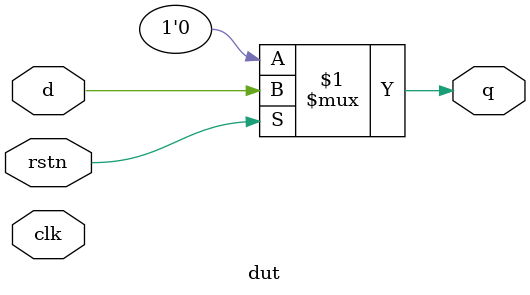
<source format=sv>
/* Generated by Synlig (git sha1 9cacd4edd, g++ 12.2.0-14 -fPIC -O3) */

(* top =  1  *)
(* src = "/root/synlig/synlig/tests/simple_tests/OneAlwaysComb/dut.v:2.1-14.10" *)
module dut(d, rstn, clk, q);
  (* src = "/root/synlig/synlig/tests/simple_tests/OneAlwaysComb/dut.v:4.21-4.24" *)
  input clk;
  wire clk;
  (* src = "/root/synlig/synlig/tests/simple_tests/OneAlwaysComb/dut.v:2.20-2.21" *)
  input d;
  wire d;
  (* src = "/root/synlig/synlig/tests/simple_tests/OneAlwaysComb/dut.v:5.26-5.27" *)
  output q;
  wire q;
  (* src = "/root/synlig/synlig/tests/simple_tests/OneAlwaysComb/dut.v:3.21-3.25" *)
  input rstn;
  wire rstn;
  assign q = rstn ? (* full_case = 32'd1 *) (* src = "/root/synlig/synlig/tests/simple_tests/OneAlwaysComb/dut.v:0.0-0.0|/root/synlig/synlig/tests/simple_tests/OneAlwaysComb/dut.v:9.8-12.17" *) d : 1'h0;
endmodule

</source>
